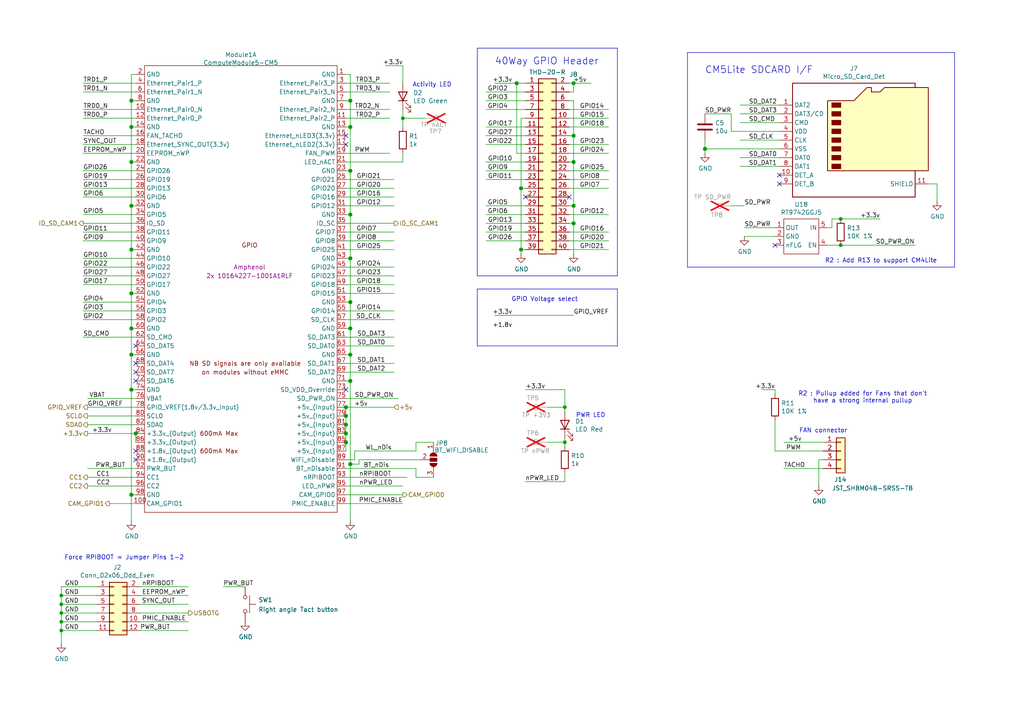
<source format=kicad_sch>
(kicad_sch (version 20250114) (generator "eeschema") (generator_version "9.0")
  (paper "A4")
  (title_block (title "Compute Module 5 IO Board - GPIO - Ethernet") (rev "1") (company "Copyright © 2024 Raspberry Pi Ltd.") (comment 1 "www.raspberrypi.com"))
  (text "40Way GPIO Header" (at 143.51 19.05 0) (effects (font (size 2.007 2.007)) (justify left bottom)))
  (text "R2 : Pullup added for Fans that don't \nhave a strong internal pullup " (at 250.698 115.316 0) (effects (font (size 1.27 1.27))))
  (text "Activity LED" (at 119.634 25.4 0) (effects (font (size 1.27 1.27)) (justify left bottom)))
  (text "R2 : Add R13 to support CM4Lite" (at 255.524 75.692 0) (effects (font (size 1.27 1.27))))
  (text "GPIO Voltage select\n" (at 167.64 87.63 0) (effects (font (size 1.27 1.27)) (justify right bottom)))
  (text "Force RPIBOOT = Jumper Pins 1-2 \n" (at 54.356 162.56 0) (effects (font (size 1.27 1.27)) (justify right bottom)))
  (text "PWR LED" (at 167.005 121.285 0) (effects (font (size 1.27 1.27)) (justify left bottom)))
  (text "FAN connector\n" (at 231.775 125.73 0) (effects (font (size 1.27 1.27)) (justify left bottom)))
  (text "CM5Lite SDCARD I/F" (at 204.47 21.59 0) (effects (font (size 2.007 2.007)) (justify left bottom)))
  (junction (at 101.6 36.83) (diameter 1.016))
  (junction (at 101.6 29.21) (diameter 1.016))
  (junction (at 101.6 102.87) (diameter 1.016))
  (junction (at 38.1 113.03) (diameter 1.016))
  (junction (at 38.1 46.99) (diameter 1.016))
  (junction (at 100.33 125.73) (diameter 1.016))
  (junction (at 151.13 54.61) (diameter 1.016))
  (junction (at 166.37 39.37) (diameter 1.016))
  (junction (at 17.78 175.26))
  (junction (at 38.1 72.39) (diameter 1.016))
  (junction (at 100.33 123.19) (diameter 1.016))
  (junction (at 38.1 143.51) (diameter 1.016))
  (junction (at 166.37 59.69) (diameter 1.016))
  (junction (at 38.1 59.69) (diameter 1.016))
  (junction (at 101.6 62.23) (diameter 1.016))
  (junction (at 38.1 95.25) (diameter 1.016))
  (junction (at 100.33 118.11) (diameter 1.016))
  (junction (at 101.6 95.25) (diameter 1.016))
  (junction (at 166.37 64.77) (diameter 1.016))
  (junction (at 204.47 43.18) (diameter 1.016))
  (junction (at 166.37 24.13) (diameter 1.016))
  (junction (at 243.84 71.12))
  (junction (at 101.6 87.63) (diameter 1.016))
  (junction (at 166.37 46.99) (diameter 1.016))
  (junction (at 38.1 85.09) (diameter 1.016))
  (junction (at 100.33 120.65) (diameter 1.016))
  (junction (at 163.83 128.27))
  (junction (at 38.1 36.83) (diameter 1.016))
  (junction (at 39.37 125.73) (diameter 1.016))
  (junction (at 17.78 172.72))
  (junction (at 38.1 102.87) (diameter 1.016))
  (junction (at 38.1 29.21) (diameter 1.016))
  (junction (at 17.78 177.8))
  (junction (at 100.33 128.27) (diameter 1.016))
  (junction (at 116.84 34.29))
  (junction (at 163.83 118.11))
  (junction (at 243.84 63.5))
  (junction (at 151.13 72.39) (diameter 1.016))
  (junction (at 101.6 110.49) (diameter 1.016))
  (junction (at 101.6 134.62) (diameter 1.016))
  (junction (at 101.6 49.53) (diameter 1.016))
  (junction (at 17.78 182.88))
  (junction (at 17.78 180.34))
  (junction (at 101.6 74.93) (diameter 1.016))
  (junction (at 149.86 24.13) (diameter 1.016))
  (no_connect (at 39.37 107.95))
  (no_connect (at 100.33 113.03))
  (no_connect (at 39.37 100.33))
  (no_connect (at 224.79 71.12))
  (no_connect (at 39.37 130.81))
  (no_connect (at 39.37 105.41))
  (no_connect (at 226.06 53.34))
  (no_connect (at 165.1 57.15))
  (no_connect (at 226.06 50.8))
  (no_connect (at 39.37 110.49))
  (no_connect (at 100.33 41.91))
  (no_connect (at 100.33 39.37))
  (no_connect (at 152.4 57.15))
  (no_connect (at 39.37 133.35))
  (wire (pts (xy 269.24 53.34) (xy 271.78 53.34)))
  (wire (pts (xy 101.6 110.49) (xy 101.6 134.62)))
  (polyline (pts (xy 138.43 13.97) (xy 138.43 80.01)) (stroke (width 0) (type solid)))
  (wire (pts (xy 40.64 175.26) (xy 54.61 175.26)))
  (polyline (pts (xy 138.43 80.01) (xy 179.07 80.01)) (stroke (width 0) (type solid)))
  (wire (pts (xy 100.33 135.89) (xy 120.65 135.89)))
  (wire (pts (xy 120.65 138.43) (xy 125.73 138.43)))
  (wire (pts (xy 212.09 59.69) (xy 215.9 59.69)))
  (wire (pts (xy 100.33 102.87) (xy 101.6 102.87)))
  (wire (pts (xy 24.13 90.17) (xy 39.37 90.17)))
  (wire (pts (xy 227.33 128.27) (xy 238.76 128.27)))
  (wire (pts (xy 165.1 52.07) (xy 176.53 52.07)))
  (wire (pts (xy 24.13 44.45) (xy 39.37 44.45)))
  (wire (pts (xy 100.33 95.25) (xy 101.6 95.25)))
  (wire (pts (xy 165.1 34.29) (xy 176.53 34.29)))
  (wire (pts (xy 101.6 102.87) (xy 101.6 110.49)))
  (wire (pts (xy 100.33 100.33) (xy 114.3 100.33)))
  (wire (pts (xy 39.37 128.27) (xy 39.37 125.73)))
  (wire (pts (xy 17.78 172.72) (xy 27.94 172.72)))
  (wire (pts (xy 100.33 118.11) (xy 114.3 118.11)))
  (wire (pts (xy 101.6 36.83) (xy 101.6 49.53)))
  (wire (pts (xy 40.64 172.72) (xy 54.61 172.72)))
  (polyline (pts (xy 179.07 83.82) (xy 179.07 100.33)) (stroke (width 0) (type solid)))
  (wire (pts (xy 24.13 92.71) (xy 39.37 92.71)))
  (wire (pts (xy 158.75 118.11) (xy 163.83 118.11)))
  (wire (pts (xy 238.76 133.35) (xy 237.49 133.35)))
  (wire (pts (xy 116.84 36.83) (xy 116.84 34.29)))
  (wire (pts (xy 24.13 31.75) (xy 39.37 31.75)))
  (wire (pts (xy 24.13 77.47) (xy 39.37 77.47)))
  (wire (pts (xy 100.33 29.21) (xy 101.6 29.21)))
  (wire (pts (xy 214.63 35.56) (xy 226.06 35.56)))
  (wire (pts (xy 17.78 170.18) (xy 27.94 170.18)))
  (wire (pts (xy 241.3 66.04) (xy 240.03 66.04)))
  (wire (pts (xy 100.33 90.17) (xy 114.3 90.17)))
  (wire (pts (xy 24.13 82.55) (xy 39.37 82.55)))
  (wire (pts (xy 166.37 64.77) (xy 166.37 59.69)))
  (wire (pts (xy 163.83 118.11) (xy 163.83 119.38)))
  (wire (pts (xy 120.65 130.81) (xy 120.65 128.27)))
  (wire (pts (xy 24.13 80.01) (xy 39.37 80.01)))
  (wire (pts (xy 100.33 34.29) (xy 113.03 34.29)))
  (wire (pts (xy 39.37 36.83) (xy 38.1 36.83)))
  (wire (pts (xy 100.33 44.45) (xy 113.03 44.45)))
  (wire (pts (xy 100.33 31.75) (xy 113.03 31.75)))
  (wire (pts (xy 102.87 133.35) (xy 102.87 130.81)))
  (wire (pts (xy 24.13 67.31) (xy 39.37 67.31)))
  (wire (pts (xy 104.14 133.35) (xy 121.92 133.35)))
  (wire (pts (xy 100.33 87.63) (xy 101.6 87.63)))
  (wire (pts (xy 166.37 39.37) (xy 166.37 46.99)))
  (wire (pts (xy 24.13 39.37) (xy 39.37 39.37)))
  (wire (pts (xy 39.37 21.59) (xy 38.1 21.59)))
  (wire (pts (xy 101.6 21.59) (xy 101.6 29.21)))
  (wire (pts (xy 101.6 29.21) (xy 101.6 36.83)))
  (wire (pts (xy 38.1 143.51) (xy 38.1 151.13)))
  (wire (pts (xy 165.1 67.31) (xy 176.53 67.31)))
  (wire (pts (xy 100.33 57.15) (xy 114.3 57.15)))
  (wire (pts (xy 158.75 128.27) (xy 163.83 128.27)))
  (wire (pts (xy 100.33 143.51) (xy 116.84 143.51)))
  (wire (pts (xy 166.37 46.99) (xy 165.1 46.99)))
  (wire (pts (xy 100.33 107.95) (xy 114.3 107.95)))
  (wire (pts (xy 100.33 80.01) (xy 114.3 80.01)))
  (wire (pts (xy 151.13 72.39) (xy 151.13 73.66)))
  (wire (pts (xy 25.4 138.43) (xy 39.37 138.43)))
  (wire (pts (xy 101.6 95.25) (xy 101.6 102.87)))
  (wire (pts (xy 38.1 72.39) (xy 38.1 85.09)))
  (wire (pts (xy 204.47 43.18) (xy 226.06 43.18)))
  (wire (pts (xy 101.6 49.53) (xy 101.6 62.23)))
  (wire (pts (xy 24.13 74.93) (xy 39.37 74.93)))
  (wire (pts (xy 100.33 140.97) (xy 116.84 140.97)))
  (wire (pts (xy 165.1 36.83) (xy 176.53 36.83)))
  (wire (pts (xy 149.86 44.45) (xy 152.4 44.45)))
  (wire (pts (xy 224.79 114.3) (xy 224.79 113.03)))
  (wire (pts (xy 39.37 29.21) (xy 38.1 29.21)))
  (wire (pts (xy 17.78 180.34) (xy 27.94 180.34)))
  (polyline (pts (xy 179.07 13.97) (xy 138.43 13.97)) (stroke (width 0) (type solid)))
  (wire (pts (xy 25.4 140.97) (xy 39.37 140.97)))
  (wire (pts (xy 25.4 135.89) (xy 39.37 135.89)))
  (wire (pts (xy 100.33 128.27) (xy 100.33 130.81)))
  (wire (pts (xy 40.64 170.18) (xy 54.61 170.18)))
  (wire (pts (xy 224.79 68.58) (xy 215.9 68.58)))
  (wire (pts (xy 140.97 49.53) (xy 152.4 49.53)))
  (wire (pts (xy 17.78 177.8) (xy 17.78 180.34)))
  (wire (pts (xy 100.33 115.57) (xy 115.57 115.57)))
  (wire (pts (xy 114.3 97.79) (xy 100.33 97.79)))
  (wire (pts (xy 24.13 26.67) (xy 39.37 26.67)))
  (wire (pts (xy 166.37 24.13) (xy 171.45 24.13)))
  (wire (pts (xy 237.49 133.35) (xy 237.49 140.97)))
  (wire (pts (xy 24.13 49.53) (xy 39.37 49.53)))
  (wire (pts (xy 224.79 66.04) (xy 215.9 66.04)))
  (wire (pts (xy 140.97 59.69) (xy 152.4 59.69)))
  (wire (pts (xy 100.33 120.65) (xy 100.33 123.19)))
  (wire (pts (xy 163.83 113.03) (xy 163.83 118.11)))
  (wire (pts (xy 100.33 74.93) (xy 101.6 74.93)))
  (wire (pts (xy 140.97 67.31) (xy 152.4 67.31)))
  (wire (pts (xy 204.47 40.64) (xy 204.47 43.18)))
  (wire (pts (xy 165.1 41.91) (xy 176.53 41.91)))
  (polyline (pts (xy 139.7 83.82) (xy 179.07 83.82)) (stroke (width 0) (type solid)))
  (polyline (pts (xy 276.86 77.47) (xy 199.39 77.47)) (stroke (width 0) (type solid)))
  (wire (pts (xy 224.79 113.03) (xy 220.98 113.03)))
  (wire (pts (xy 140.97 46.99) (xy 152.4 46.99)))
  (wire (pts (xy 100.33 138.43) (xy 118.11 138.43)))
  (wire (pts (xy 38.1 95.25) (xy 39.37 95.25)))
  (wire (pts (xy 212.09 38.1) (xy 212.09 33.02)))
  (wire (pts (xy 38.1 102.87) (xy 38.1 113.03)))
  (wire (pts (xy 38.1 85.09) (xy 38.1 95.25)))
  (wire (pts (xy 31.75 146.05) (xy 39.37 146.05)))
  (wire (pts (xy 116.84 19.05) (xy 116.84 24.13)))
  (wire (pts (xy 152.4 34.29) (xy 151.13 34.29)))
  (wire (pts (xy 17.78 175.26) (xy 27.94 175.26)))
  (wire (pts (xy 116.84 34.29) (xy 116.84 31.75)))
  (wire (pts (xy 241.3 63.5) (xy 241.3 66.04)))
  (wire (pts (xy 140.97 62.23) (xy 152.4 62.23)))
  (wire (pts (xy 165.1 72.39) (xy 176.53 72.39)))
  (wire (pts (xy 165.1 24.13) (xy 166.37 24.13)))
  (wire (pts (xy 104.14 134.62) (xy 104.14 133.35)))
  (wire (pts (xy 101.6 134.62) (xy 101.6 151.13)))
  (wire (pts (xy 271.78 53.34) (xy 271.78 58.42)))
  (wire (pts (xy 38.1 59.69) (xy 38.1 72.39)))
  (wire (pts (xy 17.78 177.8) (xy 27.94 177.8)))
  (wire (pts (xy 38.1 113.03) (xy 39.37 113.03)))
  (wire (pts (xy 38.1 72.39) (xy 39.37 72.39)))
  (wire (pts (xy 24.13 54.61) (xy 39.37 54.61)))
  (wire (pts (xy 100.33 52.07) (xy 114.3 52.07)))
  (wire (pts (xy 24.13 97.79) (xy 39.37 97.79)))
  (wire (pts (xy 224.79 130.81) (xy 238.76 130.81)))
  (wire (pts (xy 24.13 24.13) (xy 39.37 24.13)))
  (polyline (pts (xy 276.86 15.24) (xy 276.86 77.47)) (stroke (width 0) (type solid)))
  (wire (pts (xy 100.33 62.23) (xy 101.6 62.23)))
  (wire (pts (xy 143.51 24.13) (xy 149.86 24.13)))
  (wire (pts (xy 100.33 24.13) (xy 113.03 24.13)))
  (wire (pts (xy 243.84 63.5) (xy 255.27 63.5)))
  (wire (pts (xy 100.33 36.83) (xy 101.6 36.83)))
  (wire (pts (xy 38.1 95.25) (xy 38.1 102.87)))
  (wire (pts (xy 163.83 137.16) (xy 163.83 139.7)))
  (wire (pts (xy 39.37 143.51) (xy 38.1 143.51)))
  (wire (pts (xy 24.13 57.15) (xy 39.37 57.15)))
  (wire (pts (xy 166.37 64.77) (xy 166.37 73.66)))
  (wire (pts (xy 214.63 45.72) (xy 226.06 45.72)))
  (wire (pts (xy 25.4 123.19) (xy 39.37 123.19)))
  (wire (pts (xy 38.1 113.03) (xy 38.1 143.51)))
  (wire (pts (xy 163.83 127) (xy 163.83 128.27)))
  (wire (pts (xy 102.87 130.81) (xy 120.65 130.81)))
  (wire (pts (xy 100.33 146.05) (xy 116.84 146.05)))
  (wire (pts (xy 214.63 30.48) (xy 226.06 30.48)))
  (wire (pts (xy 100.33 64.77) (xy 114.3 64.77)))
  (wire (pts (xy 140.97 36.83) (xy 152.4 36.83)))
  (wire (pts (xy 241.3 63.5) (xy 243.84 63.5)))
  (wire (pts (xy 101.6 87.63) (xy 101.6 95.25)))
  (wire (pts (xy 100.33 54.61) (xy 114.3 54.61)))
  (wire (pts (xy 116.84 46.99) (xy 116.84 44.45)))
  (wire (pts (xy 100.33 133.35) (xy 102.87 133.35)))
  (wire (pts (xy 100.33 69.85) (xy 114.3 69.85)))
  (wire (pts (xy 114.3 105.41) (xy 100.33 105.41)))
  (wire (pts (xy 224.79 121.92) (xy 224.79 130.81)))
  (wire (pts (xy 25.4 118.11) (xy 39.37 118.11)))
  (wire (pts (xy 140.97 29.21) (xy 152.4 29.21)))
  (wire (pts (xy 17.78 180.34) (xy 17.78 182.88)))
  (wire (pts (xy 100.33 85.09) (xy 114.3 85.09)))
  (polyline (pts (xy 199.39 77.47) (xy 199.39 15.24)) (stroke (width 0) (type solid)))
  (wire (pts (xy 143.51 91.44) (xy 166.37 91.44)))
  (wire (pts (xy 140.97 26.67) (xy 152.4 26.67)))
  (wire (pts (xy 166.37 59.69) (xy 166.37 46.99)))
  (wire (pts (xy 24.13 34.29) (xy 39.37 34.29)))
  (wire (pts (xy 25.4 115.57) (xy 39.37 115.57)))
  (wire (pts (xy 165.1 31.75) (xy 176.53 31.75)))
  (wire (pts (xy 165.1 62.23) (xy 176.53 62.23)))
  (wire (pts (xy 25.4 125.73) (xy 39.37 125.73)))
  (wire (pts (xy 165.1 59.69) (xy 166.37 59.69)))
  (wire (pts (xy 100.33 59.69) (xy 114.3 59.69)))
  (wire (pts (xy 166.37 39.37) (xy 165.1 39.37)))
  (polyline (pts (xy 199.39 15.24) (xy 276.86 15.24)) (stroke (width 0) (type solid)))
  (wire (pts (xy 151.13 34.29) (xy 151.13 54.61)))
  (wire (pts (xy 114.3 92.71) (xy 100.33 92.71)))
  (wire (pts (xy 100.33 67.31) (xy 114.3 67.31)))
  (wire (pts (xy 227.33 135.89) (xy 238.76 135.89)))
  (wire (pts (xy 140.97 31.75) (xy 152.4 31.75)))
  (wire (pts (xy 140.97 39.37) (xy 152.4 39.37)))
  (polyline (pts (xy 179.07 13.97) (xy 179.07 80.01)) (stroke (width 0) (type solid)))
  (wire (pts (xy 40.64 180.34) (xy 54.61 180.34)))
  (wire (pts (xy 149.86 24.13) (xy 149.86 44.45)))
  (wire (pts (xy 17.78 182.88) (xy 27.94 182.88)))
  (wire (pts (xy 166.37 29.21) (xy 166.37 39.37)))
  (wire (pts (xy 24.13 64.77) (xy 39.37 64.77)))
  (wire (pts (xy 165.1 26.67) (xy 166.37 26.67)))
  (wire (pts (xy 25.4 120.65) (xy 39.37 120.65)))
  (wire (pts (xy 38.1 36.83) (xy 38.1 46.99)))
  (wire (pts (xy 100.33 46.99) (xy 116.84 46.99)))
  (wire (pts (xy 151.13 72.39) (xy 152.4 72.39)))
  (wire (pts (xy 24.13 52.07) (xy 39.37 52.07)))
  (wire (pts (xy 151.13 54.61) (xy 152.4 54.61)))
  (polyline (pts (xy 138.43 100.33) (xy 138.43 83.82)) (stroke (width 0) (type solid)))
  (wire (pts (xy 40.64 182.88) (xy 54.61 182.88)))
  (wire (pts (xy 140.97 69.85) (xy 152.4 69.85)))
  (wire (pts (xy 152.4 113.03) (xy 163.83 113.03)))
  (wire (pts (xy 17.78 182.88) (xy 17.78 186.69)))
  (wire (pts (xy 100.33 72.39) (xy 114.3 72.39)))
  (wire (pts (xy 38.1 29.21) (xy 38.1 36.83)))
  (wire (pts (xy 100.33 21.59) (xy 101.6 21.59)))
  (wire (pts (xy 165.1 49.53) (xy 176.53 49.53)))
  (wire (pts (xy 100.33 110.49) (xy 101.6 110.49)))
  (wire (pts (xy 120.65 135.89) (xy 120.65 138.43)))
  (wire (pts (xy 24.13 69.85) (xy 39.37 69.85)))
  (wire (pts (xy 24.13 87.63) (xy 39.37 87.63)))
  (wire (pts (xy 100.33 118.11) (xy 100.33 120.65)))
  (wire (pts (xy 17.78 170.18) (xy 17.78 172.72)))
  (wire (pts (xy 111.76 19.05) (xy 116.84 19.05)))
  (wire (pts (xy 204.47 43.18) (xy 204.47 44.45)))
  (wire (pts (xy 40.64 177.8) (xy 54.61 177.8)))
  (wire (pts (xy 100.33 49.53) (xy 101.6 49.53)))
  (wire (pts (xy 151.13 54.61) (xy 151.13 72.39)))
  (wire (pts (xy 100.33 26.67) (xy 113.03 26.67)))
  (wire (pts (xy 226.06 38.1) (xy 212.09 38.1)))
  (wire (pts (xy 165.1 44.45) (xy 176.53 44.45)))
  (wire (pts (xy 243.84 71.12) (xy 265.43 71.12)))
  (wire (pts (xy 24.13 62.23) (xy 39.37 62.23)))
  (wire (pts (xy 24.13 41.91) (xy 39.37 41.91)))
  (wire (pts (xy 240.03 71.12) (xy 243.84 71.12)))
  (wire (pts (xy 17.78 172.72) (xy 17.78 175.26)))
  (wire (pts (xy 120.65 128.27) (xy 125.73 128.27)))
  (wire (pts (xy 101.6 74.93) (xy 101.6 87.63)))
  (polyline (pts (xy 139.7 83.82) (xy 138.43 83.82)) (stroke (width 0) (type solid)))
  (wire (pts (xy 152.4 139.7) (xy 163.83 139.7)))
  (wire (pts (xy 100.33 123.19) (xy 100.33 125.73)))
  (wire (pts (xy 226.06 33.02) (xy 214.63 33.02)))
  (wire (pts (xy 140.97 64.77) (xy 152.4 64.77)))
  (wire (pts (xy 38.1 46.99) (xy 39.37 46.99)))
  (wire (pts (xy 140.97 52.07) (xy 152.4 52.07)))
  (wire (pts (xy 64.77 170.18) (xy 71.12 170.18)))
  (wire (pts (xy 140.97 41.91) (xy 152.4 41.91)))
  (wire (pts (xy 38.1 21.59) (xy 38.1 29.21)))
  (wire (pts (xy 38.1 85.09) (xy 39.37 85.09)))
  (wire (pts (xy 165.1 64.77) (xy 166.37 64.77)))
  (wire (pts (xy 100.33 125.73) (xy 100.33 128.27)))
  (wire (pts (xy 100.33 77.47) (xy 114.3 77.47)))
  (wire (pts (xy 38.1 102.87) (xy 39.37 102.87)))
  (wire (pts (xy 38.1 59.69) (xy 39.37 59.69)))
  (polyline (pts (xy 179.07 100.33) (xy 139.7 100.33)) (stroke (width 0) (type solid)))
  (wire (pts (xy 152.4 24.13) (xy 149.86 24.13)))
  (wire (pts (xy 165.1 69.85) (xy 176.53 69.85)))
  (wire (pts (xy 163.83 128.27) (xy 163.83 129.54)))
  (wire (pts (xy 204.47 33.02) (xy 212.09 33.02)))
  (wire (pts (xy 226.06 40.64) (xy 214.63 40.64)))
  (wire (pts (xy 166.37 26.67) (xy 166.37 24.13)))
  (wire (pts (xy 226.06 48.26) (xy 214.63 48.26)))
  (wire (pts (xy 100.33 82.55) (xy 114.3 82.55)))
  (wire (pts (xy 116.84 34.29) (xy 123.19 34.29)))
  (wire (pts (xy 101.6 62.23) (xy 101.6 74.93)))
  (wire (pts (xy 38.1 46.99) (xy 38.1 59.69)))
  (wire (pts (xy 17.78 175.26) (xy 17.78 177.8)))
  (wire (pts (xy 101.6 134.62) (xy 104.14 134.62)))
  (wire (pts (xy 165.1 54.61) (xy 176.53 54.61)))
  (wire (pts (xy 165.1 29.21) (xy 166.37 29.21)))
  (polyline (pts (xy 138.43 100.33) (xy 139.7 100.33)) (stroke (width 0) (type solid)))
  (label "PWM" (at 227.965 130.81 0))
  (label "+1.8v" (at 148.59 95.25 180))
  (label "GPIO24" (at 175.26 44.45 180))
  (label "SD_DAT2" (at 111.76 107.95 180))
  (label "+5v" (at 228.6 128.27 0))
  (label "+5v" (at 170.18 24.13 180))
  (label "GPIO5" (at 24.13 62.23 0))
  (label "TRD3_N" (at 103.124 26.67 0))
  (label "GPIO2" (at 24.13 92.71 0))
  (label "GPIO9" (at 24.13 69.85 0))
  (label "SD_DAT1" (at 111.76 105.41 180))
  (label "+3.3v" (at 148.59 24.13 180))
  (label "GPIO10" (at 24.13 74.93 0))
  (label "TRD3_P" (at 103.124 24.13 0))
  (label "GPIO6" (at 24.13 57.15 0))
  (label "GPIO8" (at 173.99 52.07 180))
  (label "GPIO20" (at 110.49 54.61 180))
  (label "SD_DAT2" (at 217.17 30.48 0))
  (label "GPIO25" (at 110.49 72.39 180))
  (label "GPIO2" (at 147.32 26.67 180))
  (label "SD_DAT0" (at 111.76 100.33 180))
  (label "GPIO26" (at 148.59 69.85 180))
  (label "GPIO15" (at 110.49 85.09 180))
  (label "GPIO13" (at 24.13 54.61 0))
  (label "GPIO7" (at 109.22 67.31 180))
  (label "GPIO14" (at 110.49 90.17 180))
  (label "BT_nDis" (at 112.8776 135.89 180))
  (label "SD_PWR_ON" (at 254 71.12 0))
  (label "GPIO7" (at 173.99 54.61 180))
  (label "SD_PWR_ON" (at 102.87 115.57 0))
  (label "PWM" (at 102.87 44.45 0))
  (label "GPIO4" (at 24.13 87.63 0))
  (label "GPIO10" (at 148.59 46.99 180))
  (label "TRD1_P" (at 24.13 24.13 0))
  (label "CC1" (at 27.94 138.43 0))
  (label "WL_nDis" (at 113.665 130.81 180))
  (label "PMIC_ENABLE" (at 53.975 180.34 180))
  (label "GPIO6" (at 147.32 62.23 180))
  (label "+3.3v" (at 255.27 63.5 180))
  (label "GPIO17" (at 148.59 36.83 180))
  (label "+3.3v" (at 116.84 19.05 180))
  (label "GPIO19" (at 148.59 67.31 180))
  (label "GND" (at 22.86 182.88 180))
  (label "SD_DAT3" (at 111.76 97.79 180))
  (label "GPIO27" (at 24.13 80.01 0))
  (label "EEPROM_nWP" (at 24.13 44.45 0))
  (label "GPIO_VREF" (at 25.4 118.11 0))
  (label "SD_PWR" (at 204.47 33.02 0))
  (label "GPIO9" (at 147.32 49.53 180))
  (label "GPIO20" (at 175.26 69.85 180))
  (label "SD_DAT0" (at 217.17 45.72 0))
  (label "GPIO21" (at 110.49 52.07 180))
  (label "GPIO23" (at 110.49 80.01 180))
  (label "GPIO16" (at 175.26 67.31 180))
  (label "TRD0_N" (at 24.13 31.75 0))
  (label "SD_PWR" (at 215.9 59.69 0))
  (label "GPIO22" (at 148.59 41.91 180))
  (label "SYNC_OUT" (at 50.8 175.26 180))
  (label "PWR_BUT" (at 64.77 170.18 0))
  (label "GPIO18" (at 175.26 36.83 180))
  (label "SD_DAT3" (at 217.17 33.02 0))
  (label "SD_CLK" (at 110.49 92.71 180))
  (label "GND" (at 22.86 170.18 180))
  (label "GPIO16" (at 110.49 57.15 180))
  (label "GPIO12" (at 110.49 59.69 180))
  (label "GPIO23" (at 175.26 41.91 180))
  (label "+3.3v" (at 26.67 125.73 0))
  (label "SD_CMD" (at 217.17 35.56 0))
  (label "GPIO8" (at 109.22 69.85 180))
  (label "GPIO17" (at 24.13 82.55 0))
  (label "SYNC_OUT" (at 24.13 41.91 0))
  (label "nPWR_LED" (at 152.4 139.7 0))
  (label "SD_PWR" (at 215.9 66.04 0))
  (label "SD_DAT1" (at 217.17 48.26 0))
  (label "GPIO18" (at 110.49 82.55 180))
  (label "TRD2_N" (at 102.87 31.75 0))
  (label "GPIO15" (at 175.26 34.29 180))
  (label "GPIO5" (at 147.32 59.69 180))
  (label "nPWR_LED" (at 104.14 140.97 0))
  (label "GPIO3" (at 147.32 29.21 180))
  (label "TRD0_P" (at 24.13 34.29 0))
  (label "nRPIBOOT" (at 50.546 170.18 180))
  (label "+3.3v" (at 148.59 91.44 180))
  (label "GND" (at 22.86 177.8 180))
  (label "GPIO_VREF" (at 166.37 91.44 0))
  (label "+3.3v" (at 224.79 113.03 180))
  (label "GPIO26" (at 24.13 49.53 0))
  (label "PWR_BUT" (at 27.686 135.89 0))
  (label "GPIO12" (at 175.26 62.23 180))
  (label "nRPIBOOT" (at 104.14 138.43 0))
  (label "EEPROM_nWP" (at 53.848 172.72 180))
  (label "GPIO11" (at 24.13 67.31 0))
  (label "TRD1_N" (at 24.13 26.67 0))
  (label "GPIO24" (at 110.49 77.47 180))
  (label "GND" (at 22.86 175.26 180))
  (label "GPIO27" (at 148.59 39.37 180))
  (label "VBAT" (at 30.48 115.57 180))
  (label "GPIO21" (at 175.26 72.39 180))
  (label "CC2" (at 27.94 140.97 0))
  (label "GPIO14" (at 175.26 31.75 180))
  (label "TACHO" (at 24.13 39.37 0))
  (label "GPIO25" (at 175.26 49.53 180))
  (label "+5v" (at 106.68 118.11 180))
  (label "SD_CMD" (at 24.13 97.79 0))
  (label "PWR_BUT" (at 40.64 182.88 0))
  (label "PMIC_ENABLE" (at 116.84 146.05 180))
  (label "+3.3v" (at 152.4 113.03 0))
  (label "TACHO" (at 227.33 135.89 0))
  (label "GPIO13" (at 148.59 64.77 180))
  (label "TRD2_P" (at 103.124 34.29 0))
  (label "GND" (at 22.86 172.72 180))
  (label "GPIO19" (at 24.13 52.07 0))
  (label "GPIO11" (at 148.59 52.07 180))
  (label "SD_CLK" (at 217.17 40.64 0))
  (label "GND" (at 22.86 180.34 180))
  (label "GPIO4" (at 147.32 31.75 180))
  (label "GPIO22" (at 24.13 77.47 0))
  (label "GPIO3" (at 24.13 90.17 0))
  (hierarchical_label "CC1" (shape output) (at 25.4 138.43 180))
  (hierarchical_label "SDA0" (shape output) (at 25.4 123.19 180))
  (hierarchical_label "CAM_GPIO1" (shape output) (at 31.75 146.05 180))
  (hierarchical_label "CC2" (shape output) (at 25.4 140.97 180))
  (hierarchical_label "+3.3v" (shape output) (at 25.4 125.73 180))
  (hierarchical_label "GPIO_VREF" (shape output) (at 25.4 118.11 180))
  (hierarchical_label "SCL0" (shape output) (at 25.4 120.65 180))
  (hierarchical_label "ID_SC_CAM1" (shape output) (at 114.3 64.77 0))
  (hierarchical_label "CAM_GPIO0" (shape output) (at 116.84 143.51 0))
  (hierarchical_label "ID_SD_CAM1" (shape output) (at 24.13 64.77 180))
  (hierarchical_label "+5v" (shape input) (at 114.3 118.11 0))
  (hierarchical_label "USBOTG" (shape output) (at 54.61 177.8 0))
  (symbol (lib_id "CM5IO:RT9742GGJ5") (at 233.68 76.2 0) (unit 1)
    (property "Reference" "U18" (at 232.41 59.309 0))
    (property "Value" "RT9742GGJ5" (at 232.41 61.6204 0))
    (property "Footprint" "Package_TO_SOT_SMD:SOT-23-5" (effects (hide yes)))
    (property "Datasheet" "https://www.richtek.com/assets/product_file/RT9742/DS9742-00.pdf" (effects (hide yes)))
    (property "Field4" "Farnell" (effects (hide yes)))
    (property "Field5" "	2545875" (effects (hide yes)))
    (property "Field6" "RT9742GGJ5" (effects (hide yes)))
    (property "Field7" "RichTek" (effects (hide yes)))
    (property "Field8" "USWI00166" (effects (hide yes)))
    (property "Part Description" "	Power Switch/Driver 1:1 N-Channel 1A TSOT-23-5" (effects (hide yes)))
  )
  (symbol (lib_id "power:GND") (at 215.9 68.58 0) (unit 1)
    (property "Reference" "#PWR0113" (effects (hide yes)))
    (property "Value" "GND" (at 216.027 72.9742 0))
    (property "Description" "Power symbol creates a global label with name \"GND\" , ground" (effects (hide yes)))
  )
  (symbol (lib_id "CM5IO:ComputeModule5-CM5") (at 72.39 77.47 0) (unit 1)
    (property "Reference" "Module1" (at 69.85 15.875 0))
    (property "Value" "ComputeModule5-CM5" (at 69.85 18.1864 0))
    (property "Footprint" "CM5IO:Raspberry-Pi-5-Compute-Module" (effects (hide yes)))
    (property "Description" "RaspberryPi Compute module 5" (effects (hide yes)))
    (property "Field4" "Amphenol" (at 72.39 77.47 0))
    (property "Field5" "2x 10164227-1001A1RLF" (at 72.39 80.01 0))
    (property "Field6" "2x 10164227-1001A1RLF" (effects (hide yes)))
    (property "Field7" "Hirose" (effects (hide yes)))
    (property "Part Description" "	100 Position Connector Receptacle, Center Strip Contacts Surface Mount Gold" (effects (hide yes)))
  )
  (symbol (lib_id "Connector_Generic:Conn_02x20_Odd_Even") (at 157.48 46.99 0) (unit 1)
    (property "Reference" "J8" (at 166.37 21.59 0))
    (property "Value" "THD-20-R" (at 158.75 20.9296 0))
    (property "Footprint" "Connector_PinHeader_2.54mm:PinHeader_2x20_P2.54mm_Vertical" (effects (hide yes)))
    (property "Datasheet" "https://www.toby.co.uk/uploads/publications/1673.pdf" (effects (hide yes)))
    (property "Field4" "Toby" (effects (hide yes)))
    (property "Field5" "THD-20-R" (effects (hide yes)))
    (property "Field6" "THD-20-R" (effects (hide yes)))
    (property "Field7" "Toby" (effects (hide yes)))
    (property "Field8" "UCON00511" (effects (hide yes)))
    (property "Part Description" "PinHeader_2x20_P2.54mm_Vertical" (effects (hide yes)))
  )
  (symbol (lib_id "Device:C") (at 204.47 36.83 0) (unit 1)
    (property "Reference" "C5" (at 207.391 35.6616 0) (effects (justify left)))
    (property "Value" "10u" (at 207.391 37.973 0) (effects (justify left)))
    (property "Footprint" "Capacitor_SMD:C_0805_2012Metric" (effects (hide yes)))
    (property "Datasheet" "https://search.murata.co.jp/Ceramy/image/img/A01X/G101/ENG/GRM21BR71A106KA73-01.pdf" (effects (hide yes)))
    (property "Field5" "490-14381-1-ND" (effects (hide yes)))
    (property "Field4" "Digikey" (effects (hide yes)))
    (property "Field6" "GRM21BR71A106KA73L" (effects (hide yes)))
    (property "Field7" "Murata" (effects (hide yes)))
    (property "Part Description" "	10uF 10% 10V Ceramic Capacitor X7R 0805 (2012 Metric)" (effects (hide yes)))
    (property "Field8" "111893011" (effects (hide yes)))
  )
  (symbol (lib_id "power:GND") (at 166.37 73.66 0) (unit 1)
    (property "Reference" "#PWR0102" (effects (hide yes)))
    (property "Value" "GND" (at 166.497 78.0542 0))
    (property "Description" "Power symbol creates a global label with name \"GND\" , ground" (effects (hide yes)))
  )
  (symbol (lib_id "power:GND") (at 151.13 73.66 0) (unit 1)
    (property "Reference" "#PWR0103" (effects (hide yes)))
    (property "Value" "GND" (at 151.257 78.0542 0))
    (property "Description" "Power symbol creates a global label with name \"GND\" , ground" (effects (hide yes)))
  )
  (symbol (lib_id "power:GND") (at 38.1 151.13 0) (unit 1)
    (property "Reference" "#PWR0104" (effects (hide yes)))
    (property "Value" "GND" (at 38.227 155.5242 0))
    (property "Description" "Power symbol creates a global label with name \"GND\" , ground" (effects (hide yes)))
  )
  (symbol (lib_id "power:GND") (at 101.6 151.13 0) (unit 1)
    (property "Reference" "#PWR0105" (effects (hide yes)))
    (property "Value" "GND" (at 101.727 155.5242 0))
    (property "Description" "Power symbol creates a global label with name \"GND\" , ground" (effects (hide yes)))
  )
  (symbol (lib_id "Device:LED") (at 116.84 27.94 90) (unit 1)
    (property "Reference" "D2" (at 119.8118 26.9494 90) (effects (justify right)))
    (property "Value" "LED Green" (at 119.8118 29.2608 90) (effects (justify right)))
    (property "Footprint" "LED_SMD:LED_0603_1608Metric" (effects (hide yes)))
    (property "Datasheet" "http://optoelectronics.liteon.com/upload/download/DS22-2000-226/LTST-S270KGKT.pdf" (effects (hide yes)))
    (property "Field4" "Digikey " (effects (hide yes)))
    (property "Field5" "LTST-S270KGKT" (effects (hide yes)))
    (property "Field6" "SML-A12M8TT86N" (effects (hide yes)))
    (property "Field7" "Rohm" (effects (hide yes)))
    (property "Field8" "650263301" (effects (hide yes)))
    (property "Part Description" "	Green 572nm LED Indication - Discrete 2.2V 2-SMD, No Lead" (effects (hide yes)))
  )
  (symbol (lib_id "Device:R") (at 116.84 40.64 0) (unit 1)
    (property "Reference" "R1" (at 118.618 39.4716 0) (effects (justify left)))
    (property "Value" "1k" (at 118.618 41.783 0) (effects (justify left)))
    (property "Footprint" "Resistor_SMD:R_0402_1005Metric" (effects (hide yes)))
    (property "Datasheet" "https://fscdn.rohm.com/en/products/databook/datasheet/passive/resistor/chip_resistor/mcr-e.pdf" (effects (hide yes)))
    (property "Field4" "Farnell" (effects (hide yes)))
    (property "Field5" "9239235" (effects (hide yes)))
    (property "Field7" "KOA EUROPE GMBH" (effects (hide yes)))
    (property "Field6" "RK73H1ETTP1001F" (effects (hide yes)))
    (property "Part Description" "Resistor 1K M1005 1% 63mW" (effects (hide yes)))
    (property "Field8" "125049511" (effects (hide yes)))
  )
  (symbol (lib_name "LED_1") (lib_id "Device:LED") (at 163.83 123.19 90) (unit 1)
    (property "Reference" "D1" (at 166.8018 122.1994 90) (effects (justify right)))
    (property "Value" "LED Red" (at 166.8018 124.5108 90) (effects (justify right)))
    (property "Footprint" "LED_SMD:LED_0603_1608Metric" (effects (hide yes)))
    (property "Datasheet" "http://optoelectronics.liteon.com/upload/download/DS22-2000-210/LTST-S270KRKT.pdf" (effects (hide yes)))
    (property "Field4" "Digikey " (effects (hide yes)))
    (property "Field5" "	LTST-S270KRKT" (effects (hide yes)))
    (property "Field6" "SML-A12U8TT86Q" (effects (hide yes)))
    (property "Field7" "Rohm" (effects (hide yes)))
    (property "Field8" "650295101" (effects (hide yes)))
    (property "Part Description" "	Red 620nm LED Indication - Discrete 2.2V 2-SMD, No Lead" (effects (hide yes)))
  )
  (symbol (lib_id "Device:R") (at 163.83 133.35 0) (unit 1)
    (property "Reference" "R10" (at 165.608 132.1816 0) (effects (justify left)))
    (property "Value" "1k" (at 165.608 134.493 0) (effects (justify left)))
    (property "Footprint" "Resistor_SMD:R_0402_1005Metric" (effects (hide yes)))
    (property "Datasheet" "https://fscdn.rohm.com/en/products/databook/datasheet/passive/resistor/chip_resistor/mcr-e.pdf" (effects (hide yes)))
    (property "Field4" "Farnell" (effects (hide yes)))
    (property "Field5" "9239235" (effects (hide yes)))
    (property "Field7" "KOA EUROPE GMBH" (effects (hide yes)))
    (property "Field6" "RK73H1ETTP1001F" (effects (hide yes)))
    (property "Part Description" "Resistor 1K M1005 1% 63mW" (effects (hide yes)))
    (property "Field8" "125049511" (effects (hide yes)))
  )
  (symbol (lib_id "Connector:TestPoint") (at 158.75 128.27 90) (unit 1) (in_bom no) (dnp yes)
    (property "Reference" "TP6" (at 156.3878 125.603 90) (effects (justify left)))
    (property "Value" "TP nPWR" (at 159.512 130.81 90) (effects (justify left)))
    (property "Footprint" "TestPoint:TestPoint_Pad_2.0x2.0mm" (effects (hide yes)))
    (property "Field4" "nf" (effects (hide yes)))
    (property "Field5" "nf" (effects (hide yes)))
    (property "Field6" "nf" (effects (hide yes)))
    (property "Field7" "nf" (effects (hide yes)))
    (property "Part Description" "Test point" (effects (hide yes)))
  )
  (symbol (lib_id "Connector:Micro_SD_Card_Det2") (at 248.92 40.64 0) (unit 1)
    (property "Reference" "J7" (at 247.65 19.8882 0))
    (property "Value" "Micro_SD_Card_Det" (at 247.65 22.1996 0))
    (property "Footprint" "CM5IO:SDCARD_MOLEX_503398-1892" (effects (hide yes)))
    (property "Datasheet" "https://www.hirose.com/product/en/download_file/key_name/DM3/category/Catalog/doc_file_id/49662/?file_category_id=4&item_id=195&is_series=1" (effects (hide yes)))
    (property "Field4" "Farnell" (effects (hide yes)))
    (property "Field5" "2358234" (effects (hide yes)))
    (property "Field6" "503398-1892" (effects (hide yes)))
    (property "Field7" "Molex" (effects (hide yes)))
    (property "Part Description" "9 (8 + 1) Position Card Connector microSD™ Surface Mount, Right Angle Gold" (effects (hide yes)))
    (property "Field8" "UCON00512" (effects (hide yes)))
  )
  (symbol (lib_id "power:GND") (at 204.47 44.45 0) (unit 1)
    (property "Reference" "#PWR0107" (effects (hide yes)))
    (property "Value" "GND" (at 204.597 48.8442 0))
    (property "Description" "Power symbol creates a global label with name \"GND\" , ground" (effects (hide yes)))
  )
  (symbol (lib_id "power:GND") (at 271.78 58.42 0) (unit 1)
    (property "Reference" "#PWR0108" (effects (hide yes)))
    (property "Value" "GND" (at 271.907 62.8142 0))
    (property "Description" "Power symbol creates a global label with name \"GND\" , ground" (effects (hide yes)))
  )
  (symbol (lib_id "Connector_Generic:Conn_02x06_Odd_Even") (at 33.02 175.26 0) (unit 1)
    (property "Reference" "J2" (at 34.036 164.5666 0))
    (property "Value" "Conn_02x06_Odd_Even" (at 34.036 166.878 0))
    (property "Footprint" "Connector_PinHeader_2.00mm:PinHeader_2x06_P2.00mm_Vertical" (effects (hide yes)))
    (property "Description" "Generic connector, double row, 02x06, odd/even pin numbering scheme (row 1 odd numbers, row 2 even numbers), script generated (kicad-library-utils/schlib/autogen/connector/)" (effects (hide yes)))
    (property "Part Description" "PinHeader_2x06_P2.54mm_Vertical" (effects (hide yes)))
  )
  (symbol (lib_id "power:GND") (at 17.78 186.69 0) (unit 1)
    (property "Reference" "#PWR029" (effects (hide yes)))
    (property "Value" "GND" (at 17.907 191.0842 0))
    (property "Description" "Power symbol creates a global label with name \"GND\" , ground" (effects (hide yes)))
  )
  (symbol (lib_id "Connector:TestPoint") (at 212.09 59.69 90) (mirror x) (unit 1) (in_bom no) (dnp yes)
    (property "Reference" "TP8" (at 209.7278 62.357 90) (effects (justify left)))
    (property "Value" "TP SD_PWR" (at 212.09 57.15 90) (effects (justify left)))
    (property "Footprint" "TestPoint:TestPoint_Pad_2.0x2.0mm" (effects (hide yes)))
    (property "Field4" "nf" (effects (hide yes)))
    (property "Field5" "nf" (effects (hide yes)))
    (property "Field6" "nf" (effects (hide yes)))
    (property "Field7" "nf" (effects (hide yes)))
    (property "Part Description" "Test point" (effects (hide yes)))
  )
  (symbol (lib_id "Connector_Generic:Conn_01x04") (at 243.84 130.81 0) (unit 1)
    (property "Reference" "J14" (at 241.935 139.065 0) (effects (justify left)))
    (property "Value" "JST_SHBM04B-SRSS-TB" (at 241.3 141.605 0) (effects (justify left)))
    (property "Footprint" "Connector_JST:JST_SH_BM04B-SRSS-TB_1x04-1MP_P1.00mm_Vertical" (effects (hide yes)))
    (property "Field5" "SHBM04B-SRSS-TB" (effects (hide yes)))
    (property "Field6" "SHBM04B-SRSS-TB" (effects (hide yes)))
    (property "Field7" "JST" (effects (hide yes)))
    (property "Part Description" "4 pin vertical 1mm pitch connector" (effects (hide yes)))
  )
  (symbol (lib_id "Switch:SW_Push") (at 71.12 175.26 270) (unit 1)
    (property "Reference" "SW1" (at 74.93 173.9899 90) (effects (justify left)))
    (property "Value" "Right angle Tact button" (at 74.93 176.784 90) (effects (justify left)))
    (property "Footprint" "Button_Switch_SMD:SW_Push_1P1T_NO_CK_KMR2" (effects (hide yes)))
    (property "Description" "Push button switch, generic, two pins" (effects (hide yes)))
  )
  (symbol (lib_id "power:GND") (at 237.49 140.97 0) (unit 1)
    (property "Reference" "#PWR014" (effects (hide yes)))
    (property "Value" "GND" (at 237.617 145.3642 0))
    (property "Description" "Power symbol creates a global label with name \"GND\" , ground" (effects (hide yes)))
  )
  (symbol (lib_id "Jumper:SolderJumper_3_Open") (at 125.73 133.35 270) (unit 1) (in_bom no)
    (property "Reference" "JP8" (at 126.238 128.524 90) (effects (justify left)))
    (property "Value" "BT_WIFI_DISABLE" (at 125.984 130.556 90) (effects (justify left)))
    (property "Footprint" "Jumper:SolderJumper-3_P2.0mm_Open_TrianglePad1.0x1.5mm" (effects (hide yes)))
    (property "Description" "Solder Jumper, 3-pole, open" (effects (hide yes)))
  )
  (symbol (lib_id "Device:R") (at 243.84 67.31 0) (unit 1)
    (property "Reference" "R13" (at 245.618 66.1416 0) (effects (justify left)))
    (property "Value" "10K 1%" (at 245.618 68.453 0) (effects (justify left)))
    (property "Footprint" "Resistor_SMD:R_0402_1005Metric" (effects (hide yes)))
    (property "Datasheet" "https://fscdn.rohm.com/en/products/databook/datasheet/passive/resistor/chip_resistor/mcr-e.pdf" (effects (hide yes)))
    (property "Field4" "Farnell" (effects (hide yes)))
    (property "Field7" "Rohm" (effects (hide yes)))
    (property "Field6" "MCR01MZPF1002" (effects (hide yes)))
    (property "Part Description" "Resistor 10K M1005 1% 63mW" (effects (hide yes)))
  )
  (symbol (lib_id "Connector:TestPoint") (at 123.19 34.29 270) (unit 1) (in_bom no) (dnp yes)
    (property "Reference" "TP7" (at 124.46 38.1 90) (effects (justify left)))
    (property "Value" "TP nACT" (at 121.92 36.195 90) (effects (justify left)))
    (property "Footprint" "TestPoint:TestPoint_Pad_2.0x2.0mm" (effects (hide yes)))
    (property "Field4" "nf" (effects (hide yes)))
    (property "Field5" "nf" (effects (hide yes)))
    (property "Field6" "nf" (effects (hide yes)))
    (property "Field7" "nf" (effects (hide yes)))
    (property "Part Description" "Test point" (effects (hide yes)))
  )
  (symbol (lib_id "Device:R") (at 224.79 118.11 0) (unit 1)
    (property "Reference" "R11" (at 226.568 116.9416 0) (effects (justify left)))
    (property "Value" "10K 1%" (at 226.568 119.253 0) (effects (justify left)))
    (property "Footprint" "Resistor_SMD:R_0402_1005Metric" (effects (hide yes)))
    (property "Datasheet" "https://fscdn.rohm.com/en/products/databook/datasheet/passive/resistor/chip_resistor/mcr-e.pdf" (effects (hide yes)))
    (property "Field4" "Farnell" (effects (hide yes)))
    (property "Field7" "Rohm" (effects (hide yes)))
    (property "Field6" "MCR01MZPF1002" (effects (hide yes)))
    (property "Part Description" "Resistor 10K M1005 1% 63mW" (effects (hide yes)))
  )
  (symbol (lib_id "Connector:TestPoint") (at 158.75 118.11 90) (unit 1) (in_bom no) (dnp yes)
    (property "Reference" "TP5" (at 156.3878 115.443 90) (effects (justify left)))
    (property "Value" "TP +3V3" (at 159.766 120.396 90) (effects (justify left)))
    (property "Footprint" "TestPoint:TestPoint_Pad_2.0x2.0mm" (effects (hide yes)))
    (property "Field4" "nf" (effects (hide yes)))
    (property "Field5" "nf" (effects (hide yes)))
    (property "Field6" "nf" (effects (hide yes)))
    (property "Field7" "nf" (effects (hide yes)))
    (property "Part Description" "Test point" (effects (hide yes)))
  )
  (symbol (lib_id "power:GND") (at 71.12 180.34 0) (unit 1)
    (property "Reference" "#PWR030" (effects (hide yes)))
    (property "Value" "GND" (at 71.247 184.7342 0))
    (property "Description" "Power symbol creates a global label with name \"GND\" , ground" (effects (hide yes)))
  )
)
</source>
